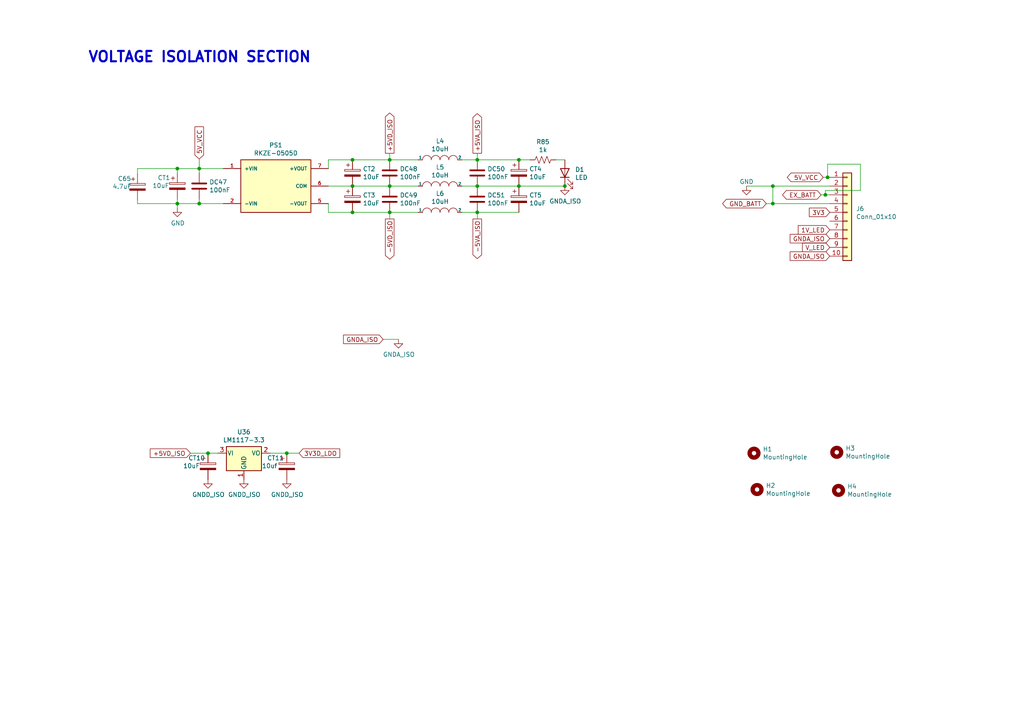
<source format=kicad_sch>
(kicad_sch (version 20230121) (generator eeschema)
  (paper "A4")
  (lib_symbols
    (symbol "Connector_Generic:Conn_01x10" (pin_names (offset 1.016) hide)
      (property "Reference" "J" (at 0 12.7 0))
      (property "Value" "Conn_01x10" (at 0 -15.24 0))
      (symbol "Conn_01x10_1_1"
        (rectangle (start -1.27 -12.573) (end 0 -12.827) (stroke (width 0.1524)))
        (rectangle (start -1.27 -10.033) (end 0 -10.287) (stroke (width 0.1524)))
        (rectangle (start -1.27 -7.493) (end 0 -7.747) (stroke (width 0.1524)))
        (rectangle (start -1.27 -4.953) (end 0 -5.207) (stroke (width 0.1524)))
        (rectangle (start -1.27 -2.413) (end 0 -2.667) (stroke (width 0.1524)))
        (rectangle (start -1.27 0.127) (end 0 -0.127) (stroke (width 0.1524)))
        (rectangle (start -1.27 2.667) (end 0 2.413) (stroke (width 0.1524)))
        (rectangle (start -1.27 5.207) (end 0 4.953) (stroke (width 0.1524)))
        (rectangle (start -1.27 7.747) (end 0 7.493) (stroke (width 0.1524)))
        (rectangle (start -1.27 10.287) (end 0 10.033) (stroke (width 0.1524)))
        (rectangle (start -1.27 11.43) (end 1.27 -13.97) (stroke (width 0.254)) (fill (type background)))
        (pin passive line (at -5.08 10.16 0) (length 3.81) (name "Pin_1") (number "1"))
        (pin passive line (at -5.08 -12.7 0) (length 3.81) (name "Pin_10") (number "10"))
        (pin passive line (at -5.08 7.62 0) (length 3.81) (name "Pin_2") (number "2"))
        (pin passive line (at -5.08 5.08 0) (length 3.81) (name "Pin_3") (number "3"))
        (pin passive line (at -5.08 2.54 0) (length 3.81) (name "Pin_4") (number "4"))
        (pin passive line (at -5.08 0 0) (length 3.81) (name "Pin_5") (number "5"))
        (pin passive line (at -5.08 -2.54 0) (length 3.81) (name "Pin_6") (number "6"))
        (pin passive line (at -5.08 -5.08 0) (length 3.81) (name "Pin_7") (number "7"))
        (pin passive line (at -5.08 -7.62 0) (length 3.81) (name "Pin_8") (number "8"))
        (pin passive line (at -5.08 -10.16 0) (length 3.81) (name "Pin_9") (number "9"))
      )
    )
    (symbol "Device:C" (pin_numbers hide) (pin_names (offset 0.254))
      (property "Reference" "C" (at 0.635 2.54 0))
      (property "Value" "C" (at 0.635 -2.54 0))
      (symbol "C_0_1"
        (polyline (pts (xy -2.032 -0.762) (xy 2.032 -0.762)) (stroke (width 0.508)))
        (polyline (pts (xy -2.032 0.762) (xy 2.032 0.762)) (stroke (width 0.508)))
      )
      (symbol "C_1_1"
        (pin passive line (at 0 3.81 270) (length 2.794) (name "~") (number "1"))
        (pin passive line (at 0 -3.81 90) (length 2.794) (name "~") (number "2"))
      )
    )
    (symbol "Device:LED" (pin_numbers hide) (pin_names (offset 1.016) hide)
      (property "Reference" "D" (at 0 2.54 0))
      (property "Value" "LED" (at 0 -2.54 0))
      (symbol "LED_0_1"
        (polyline (pts (xy -1.27 -1.27) (xy -1.27 1.27)) (stroke (width 0.254)))
        (polyline (pts (xy -1.27 0) (xy 1.27 0)))
        (polyline (pts (xy 1.27 -1.27) (xy 1.27 1.27) (xy -1.27 0) (xy 1.27 -1.27)) (stroke (width 0.254)))
        (polyline (pts (xy -3.048 -0.762) (xy -4.572 -2.286) (xy -3.81 -2.286) (xy -4.572 -2.286) (xy -4.572 -1.524)))
        (polyline (pts (xy -1.778 -0.762) (xy -3.302 -2.286) (xy -2.54 -2.286) (xy -3.302 -2.286) (xy -3.302 -1.524)))
      )
      (symbol "LED_1_1"
        (pin passive line (at -3.81 0 0) (length 2.54) (name "K") (number "1"))
        (pin passive line (at 3.81 0 180) (length 2.54) (name "A") (number "2"))
      )
    )
    (symbol "Device:R_US" (pin_numbers hide) (pin_names (offset 0))
      (property "Reference" "R" (at 2.54 0 90))
      (property "Value" "R_US" (at -2.54 0 90))
      (symbol "R_US_0_1"
        (polyline (pts (xy 0 -2.286) (xy 0 -2.54)))
        (polyline (pts (xy 0 2.286) (xy 0 2.54)))
        (polyline (pts (xy 0 -0.762) (xy 1.016 -1.143) (xy 0 -1.524) (xy -1.016 -1.905) (xy 0 -2.286)))
        (polyline (pts (xy 0 0.762) (xy 1.016 0.381) (xy 0 0) (xy -1.016 -0.381) (xy 0 -0.762)))
        (polyline (pts (xy 0 2.286) (xy 1.016 1.905) (xy 0 1.524) (xy -1.016 1.143) (xy 0 0.762)))
      )
      (symbol "R_US_1_1"
        (pin passive line (at 0 3.81 270) (length 1.27) (name "~") (number "1"))
        (pin passive line (at 0 -3.81 90) (length 1.27) (name "~") (number "2"))
      )
    )
    (symbol "Mechanical:MountingHole" (pin_names (offset 1.016))
      (property "Reference" "H" (at 0 5.08 0))
      (property "Value" "MountingHole" (at 0 3.175 0))
      (symbol "MountingHole_0_1"
        (circle (center 0 0) (radius 1.27) (stroke (width 1.27)))
      )
    )
    (symbol "RKZE-0505D:RKZE-0505D" (pin_names (offset 1.016))
      (property "Reference" "PS" (at -10.16 7.62 0))
      (property "Value" "RKZE-0505D" (at -10.16 -10.16 0))
      (symbol "RKZE-0505D_0_0"
        (rectangle (start -10.16 -7.62) (end 10.16 7.62) (stroke (width 0.254)) (fill (type background)))
        (pin input line (at -15.24 5.08 0) (length 5.08) (name "+VIN") (number "1"))
        (pin input line (at -15.24 -5.08 0) (length 5.08) (name "-VIN") (number "2"))
        (pin output line (at 15.24 -5.08 180) (length 5.08) (name "-VOUT") (number "5"))
        (pin power_in line (at 15.24 0 180) (length 5.08) (name "COM") (number "6"))
        (pin output line (at 15.24 5.08 180) (length 5.08) (name "+VOUT") (number "7"))
      )
    )
    (symbol "Regulator_Linear:LM1117-3.3" (pin_names (offset 0.254))
      (property "Reference" "U" (at -3.81 3.175 0))
      (property "Value" "LM1117-3.3" (at 0 3.175 0))
      (symbol "LM1117-3.3_0_1"
        (rectangle (start -5.08 -5.08) (end 5.08 1.905) (stroke (width 0.254)) (fill (type background)))
      )
      (symbol "LM1117-3.3_1_1"
        (pin power_in line (at 0 -7.62 90) (length 2.54) (name "GND") (number "1"))
        (pin power_out line (at 7.62 0 180) (length 2.54) (name "VO") (number "2"))
        (pin power_in line (at -7.62 0 0) (length 2.54) (name "VI") (number "3"))
      )
    )
    (symbol "ohm3000Board-rescue:CP-Device" (pin_numbers hide) (pin_names (offset 0.254))
      (property "Reference" "C" (at 0.635 2.54 0))
      (property "Value" "CP-Device" (at 0.635 -2.54 0))
      (symbol "CP-Device_0_1"
        (rectangle (start -2.286 0.508) (end 2.286 1.016))
        (polyline (pts (xy -1.778 2.286) (xy -0.762 2.286)))
        (polyline (pts (xy -1.27 2.794) (xy -1.27 1.778)))
        (rectangle (start 2.286 -0.508) (end -2.286 -1.016) (fill (type outline)))
      )
      (symbol "CP-Device_1_1"
        (pin passive line (at 0 3.81 270) (length 2.794) (name "~") (number "1"))
        (pin passive line (at 0 -3.81 90) (length 2.794) (name "~") (number "2"))
      )
    )
    (symbol "ohm3000Board-rescue:GNDA_ISO-power" (power) (pin_names (offset 0))
      (property "Value" "GNDA_ISO-power" (at 0 -3.81 0))
      (symbol "GNDA_ISO-power_0_1"
        (polyline (pts (xy 0 0) (xy 0 -1.27) (xy 1.27 -1.27) (xy 0 -2.54) (xy -1.27 -1.27) (xy 0 -1.27)))
      )
      (symbol "GNDA_ISO-power_1_1"
        (pin power_in line (at 0 0 270) (length 0) hide (name "GNDA_ISO") (number "1"))
      )
    )
    (symbol "ohm3000Board-rescue:GNDD_ISO-power" (power) (pin_names (offset 0))
      (property "Value" "GNDD_ISO-power" (at 0 -3.81 0))
      (symbol "GNDD_ISO-power_0_1"
        (polyline (pts (xy 0 0) (xy 0 -1.27) (xy 1.27 -1.27) (xy 0 -2.54) (xy -1.27 -1.27) (xy 0 -1.27)))
      )
      (symbol "GNDD_ISO-power_1_1"
        (pin power_in line (at 0 0 270) (length 0) hide (name "GNDD_ISO") (number "1"))
      )
    )
    (symbol "ohm3000Board-rescue:GND_T" (power) (pin_names (offset 0))
      (property "Value" "GND_T" (at 0 -3.81 0))
      (symbol "GND_T_0_1"
        (polyline (pts (xy 0 0) (xy 0 -1.27) (xy 1.27 -1.27) (xy 0 -2.54) (xy -1.27 -1.27) (xy 0 -1.27)))
      )
      (symbol "GND_T_1_1"
        (pin power_in line (at 0 0 270) (length 0) hide (name "GND") (number "1"))
      )
    )
    (symbol "pspice:INDUCTOR" (pin_numbers hide) (pin_names (offset 0))
      (property "Reference" "L" (at 0 2.54 0))
      (property "Value" "pspice_INDUCTOR" (at 0 -1.27 0))
      (symbol "INDUCTOR_0_1"
        (arc (start -2.54 0) (mid -3.81 1.2645) (end -5.08 0))
        (arc (start 0 0) (mid -1.27 1.2645) (end -2.54 0))
        (arc (start 2.54 0) (mid 1.27 1.2645) (end 0 0))
        (arc (start 5.08 0) (mid 3.81 1.2645) (end 2.54 0))
      )
      (symbol "INDUCTOR_1_1"
        (pin input line (at -6.35 0 0) (length 1.27) (name "1") (number "1"))
        (pin input line (at 6.35 0 180) (length 1.27) (name "2") (number "2"))
      )
    )
  )
  (junction (at 150.495 46.355))
  (junction (at 138.43 46.355))
  (junction (at 102.235 53.975))
  (junction (at 150.495 53.975))
  (junction (at 57.785 48.895))
  (junction (at 60.325 131.445))
  (junction (at 57.785 59.055))
  (junction (at 163.83 53.975))
  (junction (at 51.435 48.895))
  (junction (at 224.155 53.975))
  (junction (at 239.395 56.515))
  (junction (at 138.43 61.595))
  (junction (at 102.235 61.595))
  (junction (at 51.435 59.055))
  (junction (at 224.155 59.055))
  (junction (at 102.235 46.355))
  (junction (at 113.03 46.355))
  (junction (at 83.185 131.445))
  (junction (at 113.03 61.595))
  (junction (at 113.03 53.975))
  (junction (at 240.03 51.435))
  (junction (at 138.43 53.975))
  (wire (pts (xy 55.245 131.445) (xy 60.325 131.445)))
  (wire (pts (xy 95.25 46.355) (xy 102.235 46.355)))
  (wire (pts (xy 102.235 61.595) (xy 113.03 61.595)))
  (wire (pts (xy 95.25 59.055) (xy 95.25 61.595)))
  (wire (pts (xy 224.155 53.975) (xy 224.155 59.055)))
  (wire (pts (xy 238.76 51.435) (xy 240.03 51.435)))
  (wire (pts (xy 57.785 50.165) (xy 57.785 48.895)))
  (wire (pts (xy 133.985 53.975) (xy 138.43 53.975)))
  (wire (pts (xy 95.25 61.595) (xy 102.235 61.595)))
  (wire (pts (xy 239.395 55.245) (xy 249.555 55.245)))
  (wire (pts (xy 150.495 46.355) (xy 153.67 46.355)))
  (wire (pts (xy 102.235 53.975) (xy 113.03 53.975)))
  (wire (pts (xy 39.878 50.419) (xy 39.878 48.895)))
  (wire (pts (xy 83.185 131.445) (xy 86.741 131.445)))
  (wire (pts (xy 239.395 56.515) (xy 240.665 56.515)))
  (wire (pts (xy 138.43 61.595) (xy 150.495 61.595)))
  (wire (pts (xy 95.25 48.895) (xy 95.25 46.355)))
  (wire (pts (xy 95.25 53.975) (xy 102.235 53.975)))
  (wire (pts (xy 113.03 46.355) (xy 121.285 46.355)))
  (wire (pts (xy 39.878 59.055) (xy 51.435 59.055)))
  (wire (pts (xy 57.785 46.101) (xy 57.785 48.895)))
  (wire (pts (xy 138.43 44.45) (xy 138.43 46.355)))
  (wire (pts (xy 57.785 48.895) (xy 64.77 48.895)))
  (wire (pts (xy 51.435 60.325) (xy 51.435 59.055)))
  (wire (pts (xy 224.155 53.975) (xy 240.665 53.975)))
  (wire (pts (xy 133.985 61.595) (xy 138.43 61.595)))
  (wire (pts (xy 51.435 59.055) (xy 57.785 59.055)))
  (wire (pts (xy 133.985 46.355) (xy 138.43 46.355)))
  (wire (pts (xy 113.03 61.595) (xy 121.285 61.595)))
  (wire (pts (xy 222.25 59.055) (xy 224.155 59.055)))
  (wire (pts (xy 57.785 59.055) (xy 64.77 59.055)))
  (wire (pts (xy 51.435 50.165) (xy 51.435 48.895)))
  (wire (pts (xy 39.878 48.895) (xy 51.435 48.895)))
  (wire (pts (xy 63.119 131.445) (xy 60.325 131.445)))
  (wire (pts (xy 249.555 47.625) (xy 249.555 55.245)))
  (wire (pts (xy 51.435 48.895) (xy 57.785 48.895)))
  (wire (pts (xy 161.29 46.355) (xy 163.83 46.355)))
  (wire (pts (xy 240.03 47.625) (xy 249.555 47.625)))
  (wire (pts (xy 39.878 58.039) (xy 39.878 59.055)))
  (wire (pts (xy 113.03 63.5) (xy 113.03 61.595)))
  (wire (pts (xy 113.03 53.975) (xy 121.285 53.975)))
  (wire (pts (xy 238.125 56.515) (xy 239.395 56.515)))
  (wire (pts (xy 239.395 55.245) (xy 239.395 56.515)))
  (wire (pts (xy 111.125 98.425) (xy 115.57 98.425)))
  (wire (pts (xy 138.43 53.975) (xy 150.495 53.975)))
  (wire (pts (xy 240.03 47.625) (xy 240.03 51.435)))
  (wire (pts (xy 240.03 51.435) (xy 240.665 51.435)))
  (wire (pts (xy 138.43 63.5) (xy 138.43 61.595)))
  (wire (pts (xy 113.03 44.45) (xy 113.03 46.355)))
  (wire (pts (xy 150.495 53.975) (xy 163.83 53.975)))
  (wire (pts (xy 216.535 53.975) (xy 224.155 53.975)))
  (wire (pts (xy 57.785 57.785) (xy 57.785 59.055)))
  (wire (pts (xy 51.435 57.785) (xy 51.435 59.055)))
  (wire (pts (xy 78.359 131.445) (xy 83.185 131.445)))
  (wire (pts (xy 138.43 46.355) (xy 150.495 46.355)))
  (wire (pts (xy 224.155 59.055) (xy 240.665 59.055)))
  (wire (pts (xy 102.235 46.355) (xy 113.03 46.355)))
  (text "VOLTAGE ISOLATION SECTION " (at 25.4 18.415 0) (effects (font (size 2.9972 2.9972) (thickness 0.5994) bold) (justify left bottom)))
  (global_label "1V_LED" (shape input) (at 240.665 66.675 180) (property "Intersheetrefs" "${INTERSHEET_REFS}" (effects hide)))
  (global_label "3V3" (shape input) (at 240.665 61.595 180) (property "Intersheetrefs" "${INTERSHEET_REFS}" (effects hide)))
  (global_label "GNDA_ISO" (shape input) (at 240.665 74.295 180) (property "Intersheetrefs" "${INTERSHEET_REFS}" (effects hide)))
  (global_label "+5VA_ISO" (shape output) (at 138.43 44.45 90) (property "Intersheetrefs" "${INTERSHEET_REFS}" (effects hide)))
  (global_label "EX_BATT" (shape bidirectional) (at 238.125 56.515 180) (property "Intersheetrefs" "${INTERSHEET_REFS}" (effects hide)))
  (global_label "-5VA_ISO" (shape output) (at 138.43 63.5 270) (property "Intersheetrefs" "${INTERSHEET_REFS}" (effects hide)))
  (global_label "GND_BATT" (shape bidirectional) (at 222.25 59.055 180) (property "Intersheetrefs" "${INTERSHEET_REFS}" (effects hide)))
  (global_label "GNDA_ISO" (shape input) (at 111.125 98.425 180) (property "Intersheetrefs" "${INTERSHEET_REFS}" (effects hide)))
  (global_label "+5VD_ISO" (shape input) (at 55.245 131.445 180) (property "Intersheetrefs" "${INTERSHEET_REFS}" (effects hide)))
  (global_label "5V_VCC" (shape input) (at 57.785 46.101 90) (property "Intersheetrefs" "${INTERSHEET_REFS}" (effects hide)))
  (global_label "+5VD_ISO" (shape output) (at 113.03 44.45 90) (property "Intersheetrefs" "${INTERSHEET_REFS}" (effects hide)))
  (global_label "3V3D_LDO" (shape input) (at 86.741 131.445 0) (property "Intersheetrefs" "${INTERSHEET_REFS}" (effects hide)))
  (global_label "V_LED" (shape input) (at 240.665 71.755 180) (property "Intersheetrefs" "${INTERSHEET_REFS}" (effects hide)))
  (global_label "GNDA_ISO" (shape input) (at 240.665 69.215 180) (property "Intersheetrefs" "${INTERSHEET_REFS}" (effects hide)))
  (global_label "5V_VCC" (shape bidirectional) (at 238.76 51.435 180) (property "Intersheetrefs" "${INTERSHEET_REFS}" (effects hide)))
  (global_label "-5VD_ISO" (shape output) (at 113.03 63.5 270) (property "Intersheetrefs" "${INTERSHEET_REFS}" (effects hide)))
  (symbol (lib_id "ohm3000Board-rescue:GNDA_ISO-power") (at 115.57 98.425 0) (unit 1)
    (property "Reference" "#PWR0103" (effects hide))
    (property "Value" "GNDA_ISO" (at 115.697 102.8192 0))
    (instances (project "ohm3000_ISO_Board" (path "" (reference "#PWR0103") (unit 1))) (project "Split_Board_PartA" (path "" (reference "#PWR016") (unit 1))))
  )
  (symbol (lib_id "Mechanical:MountingHole") (at 242.697 131.191 0) (unit 1)
    (property "Reference" "H3" (at 245.237 130.0226 0) (effects (justify left)))
    (property "Value" "MountingHole" (at 245.237 132.334 0) (effects (justify left)))
    (property "Footprint" "MountingHole:MountingHole_3.2mm_M3_DIN965_Pad" (effects hide))
  )
  (symbol (lib_id "ohm3000Board-rescue:GNDD_ISO-power") (at 83.185 139.065 0) (unit 1)
    (property "Reference" "#PWR0102" (effects hide))
    (property "Value" "GNDA_ISO" (at 83.312 143.4592 0))
    (instances (project "ohm3000_ISO_Board" (path "" (reference "#PWR0102") (unit 1))) (project "Split_Board_PartA" (path "" (reference "#PWR012") (unit 1))))
  )
  (symbol (lib_id "ohm3000Board-rescue:CP-Device") (at 39.878 54.229 0) (unit 1)
    (property "Reference" "C65" (at 34.163 51.816 0) (effects (justify left)))
    (property "Value" "4.7uF" (at 32.639 54.102 0) (effects (justify left)))
    (property "Footprint" "Capacitor_Tantalum_SMD:CP_EIA-3216-18_Kemet-A" (effects hide))
    (instances (project "ohm3000_ISO_Board" (path "" (reference "C65") (unit 1))) (project "Split_Board_PartA" (path "" (reference "C18") (unit 1))))
  )
  (symbol (lib_id "Connector_Generic:Conn_01x10") (at 245.745 61.595 0) (unit 1)
    (property "Reference" "J6" (at 248.285 60.5536 0) (effects (justify left)))
    (property "Value" "Conn_01x10" (at 248.285 62.865 0) (effects (justify left)))
    (property "Footprint" "Connector_JST:JST_XH_B10B-XH-A_1x10_P2.50mm_Vertical" (effects hide))
    (instances (project "ohm3000_ISO_Board" (path "" (reference "J6") (unit 1))) (project "Split_Board_PartA" (path "" (reference "J1") (unit 1))))
  )
  (symbol (lib_id "Device:LED") (at 163.83 50.165 90) (unit 1)
    (property "Reference" "D1" (at 166.8018 49.1744 90) (effects (justify right)))
    (property "Value" "LED" (at 166.8018 51.4858 90) (effects (justify right)))
    (property "Footprint" "LED_SMD:LED_1206_3216Metric" (effects hide))
    (instances (project "ohm3000_ISO_Board" (path "" (reference "D1") (unit 1))) (project "Split_Board_PartA" (path "" (reference "D2") (unit 1))))
  )
  (symbol (lib_id "Device:C") (at 138.43 57.785 0) (unit 1)
    (property "Reference" "DC51" (at 141.351 56.6166 0) (effects (justify left)))
    (property "Value" "100nF" (at 141.351 58.928 0) (effects (justify left)))
    (property "Footprint" "Capacitor_SMD:C_1206_3216Metric" (effects hide))
    (instances (project "ohm3000_ISO_Board" (path "" (reference "DC51") (unit 1))) (project "Split_Board_PartA" (path "" (reference "DC32") (unit 1))))
  )
  (symbol (lib_id "ohm3000Board-rescue:CP-Device") (at 102.235 50.165 0) (unit 1)
    (property "Reference" "CT2" (at 105.2322 48.9966 0) (effects (justify left)))
    (property "Value" "10uF" (at 105.2322 51.308 0) (effects (justify left)))
    (property "Footprint" "Capacitor_Tantalum_SMD:CP_EIA-3216-18_Kemet-A" (effects hide))
    (instances (project "ohm3000_ISO_Board" (path "" (reference "CT2") (unit 1))) (project "Split_Board_PartA" (path "" (reference "CT7") (unit 1))))
  )
  (symbol (lib_id "Mechanical:MountingHole") (at 218.694 131.445 0) (unit 1)
    (property "Reference" "H1" (at 221.234 130.2766 0) (effects (justify left)))
    (property "Value" "MountingHole" (at 221.234 132.588 0) (effects (justify left)))
    (property "Footprint" "MountingHole:MountingHole_3.2mm_M3_DIN965_Pad" (effects hide))
  )
  (symbol (lib_id "pspice:INDUCTOR") (at 127.635 61.595 0) (unit 1)
    (property "Reference" "L6" (at 127.635 56.134 0))
    (property "Value" "10uH" (at 127.635 58.4454 0))
    (property "Footprint" "Inductor_SMD:L_1206_3216Metric" (effects hide))
    (instances (project "ohm3000_ISO_Board" (path "" (reference "L6") (unit 1))) (project "Split_Board_PartA" (path "" (reference "L4") (unit 1))))
  )
  (symbol (lib_id "ohm3000Board-rescue:CP-Device") (at 51.435 53.975 0) (unit 1)
    (property "Reference" "CT1" (at 45.72 51.562 0) (effects (justify left)))
    (property "Value" "10uF" (at 44.196 53.848 0) (effects (justify left)))
    (property "Footprint" "Capacitor_Tantalum_SMD:CP_EIA-3216-18_Kemet-A" (effects hide))
    (instances (project "ohm3000_ISO_Board" (path "" (reference "CT1") (unit 1))) (project "Split_Board_PartA" (path "" (reference "CT6") (unit 1))))
  )
  (symbol (lib_id "Device:C") (at 57.785 53.975 0) (unit 1)
    (property "Reference" "DC47" (at 60.706 52.8066 0) (effects (justify left)))
    (property "Value" "100nF" (at 60.706 55.118 0) (effects (justify left)))
    (property "Footprint" "Capacitor_SMD:C_1206_3216Metric" (effects hide))
    (instances (project "ohm3000_ISO_Board" (path "" (reference "DC47") (unit 1))) (project "Split_Board_PartA" (path "" (reference "DC28") (unit 1))))
  )
  (symbol (lib_id "Device:C") (at 113.03 50.165 0) (unit 1)
    (property "Reference" "DC48" (at 115.951 48.9966 0) (effects (justify left)))
    (property "Value" "100nF" (at 115.951 51.308 0) (effects (justify left)))
    (property "Footprint" "Capacitor_SMD:C_1206_3216Metric" (effects hide))
    (instances (project "ohm3000_ISO_Board" (path "" (reference "DC48") (unit 1))) (project "Split_Board_PartA" (path "" (reference "DC29") (unit 1))))
  )
  (symbol (lib_id "ohm3000Board-rescue:GND_T") (at 216.535 53.975 0) (unit 1)
    (property "Reference" "#PWR0123" (effects hide))
    (property "Value" "GND_T" (at 216.535 52.705 0))
    (instances (project "ohm3000_ISO_Board" (path "" (reference "#PWR0123") (unit 1))) (project "Split_Board_PartA" (path "" (reference "#PWR018") (unit 1))))
  )
  (symbol (lib_id "Mechanical:MountingHole") (at 219.583 141.986 0) (unit 1)
    (property "Reference" "H2" (at 222.123 140.8176 0) (effects (justify left)))
    (property "Value" "MountingHole" (at 222.123 143.129 0) (effects (justify left)))
    (property "Footprint" "MountingHole:MountingHole_3.2mm_M3_DIN965_Pad" (effects hide))
  )
  (symbol (lib_id "Device:R_US") (at 157.48 46.355 270) (unit 1)
    (property "Reference" "R85" (at 157.48 41.148 90))
    (property "Value" "1k" (at 157.48 43.4594 90))
    (property "Footprint" "Resistor_SMD:R_1206_3216Metric" (effects hide))
    (instances (project "ohm3000_ISO_Board" (path "" (reference "R85") (unit 1))) (project "Split_Board_PartA" (path "" (reference "R21") (unit 1))))
  )
  (symbol (lib_id "RKZE-0505D:RKZE-0505D") (at 80.01 53.975 0) (unit 1)
    (property "Reference" "PS1" (at 80.01 42.1132 0))
    (property "Value" "RKZE-0505D" (at 80.01 44.4246 0))
    (property "Footprint" "RKZE-0505D:CONV_RKZE-0505D" (effects hide))
    (property "STANDARD" "Manufacturer Recommendations" (effects hide))
    (property "MAXIMUM_PACKAGE_HEIGHT" "10.2mm" (effects hide))
    (property "MANUFACTURER" "RECOM" (effects hide))
    (property "PARTREV" "1" (effects hide))
    (instances (project "ohm3000_ISO_Board" (path "" (reference "PS1") (unit 1))) (project "Split_Board_PartA" (path "" (reference "PS2") (unit 1))))
  )
  (symbol (lib_id "Device:C") (at 113.03 57.785 0) (unit 1)
    (property "Reference" "DC49" (at 115.951 56.6166 0) (effects (justify left)))
    (property "Value" "100nF" (at 115.951 58.928 0) (effects (justify left)))
    (property "Footprint" "Capacitor_SMD:C_1206_3216Metric" (effects hide))
    (instances (project "ohm3000_ISO_Board" (path "" (reference "DC49") (unit 1))) (project "Split_Board_PartA" (path "" (reference "DC30") (unit 1))))
  )
  (symbol (lib_id "Device:C") (at 138.43 50.165 0) (unit 1)
    (property "Reference" "DC50" (at 141.351 48.9966 0) (effects (justify left)))
    (property "Value" "100nF" (at 141.351 51.308 0) (effects (justify left)))
    (property "Footprint" "Capacitor_SMD:C_1206_3216Metric" (effects hide))
    (instances (project "ohm3000_ISO_Board" (path "" (reference "DC50") (unit 1))) (project "Split_Board_PartA" (path "" (reference "DC31") (unit 1))))
  )
  (symbol (lib_id "pspice:INDUCTOR") (at 127.635 53.975 0) (unit 1)
    (property "Reference" "L5" (at 127.635 48.514 0))
    (property "Value" "10uH" (at 127.635 50.8254 0))
    (property "Footprint" "Inductor_SMD:L_1206_3216Metric" (effects hide))
    (instances (project "ohm3000_ISO_Board" (path "" (reference "L5") (unit 1))) (project "Split_Board_PartA" (path "" (reference "L3") (unit 1))))
  )
  (symbol (lib_id "ohm3000Board-rescue:GNDD_ISO-power") (at 60.325 139.065 0) (unit 1)
    (property "Reference" "#PWR0102" (effects hide))
    (property "Value" "GNDA_ISO" (at 60.452 143.4592 0))
    (instances (project "ohm3000_ISO_Board" (path "" (reference "#PWR0102") (unit 1))) (project "Split_Board_PartA" (path "" (reference "#PWR013") (unit 1))))
  )
  (symbol (lib_id "pspice:INDUCTOR") (at 127.635 46.355 0) (unit 1)
    (property "Reference" "L4" (at 127.635 40.894 0))
    (property "Value" "10uH" (at 127.635 43.2054 0))
    (property "Footprint" "Inductor_SMD:L_1206_3216Metric" (effects hide))
    (instances (project "ohm3000_ISO_Board" (path "" (reference "L4") (unit 1))) (project "Split_Board_PartA" (path "" (reference "L2") (unit 1))))
  )
  (symbol (lib_id "ohm3000Board-rescue:CP-Device") (at 150.495 50.165 0) (unit 1)
    (property "Reference" "CT4" (at 153.4922 48.9966 0) (effects (justify left)))
    (property "Value" "10uF" (at 153.4922 51.308 0) (effects (justify left)))
    (property "Footprint" "Capacitor_Tantalum_SMD:CP_EIA-3216-18_Kemet-A" (effects hide))
    (instances (project "ohm3000_ISO_Board" (path "" (reference "CT4") (unit 1))) (project "Split_Board_PartA" (path "" (reference "CT9") (unit 1))))
  )
  (symbol (lib_id "ohm3000Board-rescue:CP-Device") (at 102.235 57.785 0) (unit 1)
    (property "Reference" "CT3" (at 105.2322 56.6166 0) (effects (justify left)))
    (property "Value" "10uF" (at 105.2322 58.928 0) (effects (justify left)))
    (property "Footprint" "Capacitor_Tantalum_SMD:CP_EIA-3216-18_Kemet-A" (effects hide))
    (instances (project "ohm3000_ISO_Board" (path "" (reference "CT3") (unit 1))) (project "Split_Board_PartA" (path "" (reference "CT8") (unit 1))))
  )
  (symbol (lib_id "ohm3000Board-rescue:GND_T") (at 51.435 60.325 0) (unit 1)
    (property "Reference" "#PWR0101" (effects hide))
    (property "Value" "GND_T" (at 51.562 64.7192 0))
    (instances (project "ohm3000_ISO_Board" (path "" (reference "#PWR0101") (unit 1))) (project "Split_Board_PartA" (path "" (reference "#PWR045") (unit 1))))
  )
  (symbol (lib_id "Mechanical:MountingHole") (at 243.205 142.24 0) (unit 1)
    (property "Reference" "H4" (at 245.745 141.0716 0) (effects (justify left)))
    (property "Value" "MountingHole" (at 245.745 143.383 0) (effects (justify left)))
    (property "Footprint" "MountingHole:MountingHole_3.2mm_M3_DIN965_Pad" (effects hide))
  )
  (symbol (lib_id "ohm3000Board-rescue:CP-Device") (at 83.185 135.255 0) (unit 1)
    (property "Reference" "CT11" (at 77.47 132.842 0) (effects (justify left)))
    (property "Value" "10uf" (at 75.946 135.128 0) (effects (justify left)))
    (property "Footprint" "Capacitor_Tantalum_SMD:CP_EIA-3216-18_Kemet-A" (effects hide))
    (instances (project "ohm3000_ISO_Board" (path "" (reference "CT11") (unit 1))) (project "Split_Board_PartA" (path "" (reference "CT3") (unit 1))))
  )
  (symbol (lib_id "ohm3000Board-rescue:CP-Device") (at 60.325 135.255 0) (unit 1)
    (property "Reference" "CT10" (at 54.61 132.842 0) (effects (justify left)))
    (property "Value" "10uF" (at 53.086 135.128 0) (effects (justify left)))
    (property "Footprint" "Capacitor_Tantalum_SMD:CP_EIA-3216-18_Kemet-A" (effects hide))
    (instances (project "ohm3000_ISO_Board" (path "" (reference "CT10") (unit 1))) (project "Split_Board_PartA" (path "" (reference "CT2") (unit 1))))
  )
  (symbol (lib_id "Regulator_Linear:LM1117-3.3") (at 70.739 131.445 0) (unit 1)
    (property "Reference" "U36" (at 70.739 125.2982 0))
    (property "Value" "LM1117-3.3" (at 70.739 127.6096 0))
    (property "Footprint" "Package_TO_SOT_SMD:SOT-223-3_TabPin2" (effects hide))
    (property "Datasheet" "http://www.ti.com/lit/ds/symlink/lm1117.pdf" (effects hide))
    (instances (project "ohm3000_ISO_Board" (path "" (reference "U36") (unit 1))) (project "Split_Board_PartA" (path "" (reference "U6") (unit 1))))
  )
  (symbol (lib_id "ohm3000Board-rescue:GNDA_ISO-power") (at 163.83 53.975 0) (unit 1)
    (property "Reference" "#PWR0103" (effects hide))
    (property "Value" "GNDA_ISO" (at 163.957 58.3692 0))
    (instances (project "ohm3000_ISO_Board" (path "" (reference "#PWR0103") (unit 1))) (project "Split_Board_PartA" (path "" (reference "#PWR047") (unit 1))))
  )
  (symbol (lib_id "ohm3000Board-rescue:GNDD_ISO-power") (at 70.739 139.065 0) (unit 1)
    (property "Reference" "#PWR0102" (effects hide))
    (property "Value" "GNDA_ISO" (at 70.866 143.4592 0))
    (instances (project "ohm3000_ISO_Board" (path "" (reference "#PWR0102") (unit 1))) (project "Split_Board_PartA" (path "" (reference "#PWR014") (unit 1))))
  )
  (symbol (lib_id "ohm3000Board-rescue:CP-Device") (at 150.495 57.785 0) (unit 1)
    (property "Reference" "CT5" (at 153.4922 56.6166 0) (effects (justify left)))
    (property "Value" "10uF" (at 153.4922 58.928 0) (effects (justify left)))
    (property "Footprint" "Capacitor_Tantalum_SMD:CP_EIA-3216-18_Kemet-A" (effects hide))
    (instances (project "ohm3000_ISO_Board" (path "" (reference "CT5") (unit 1))) (project "Split_Board_PartA" (path "" (reference "CT10") (unit 1))))
  )
)
</source>
